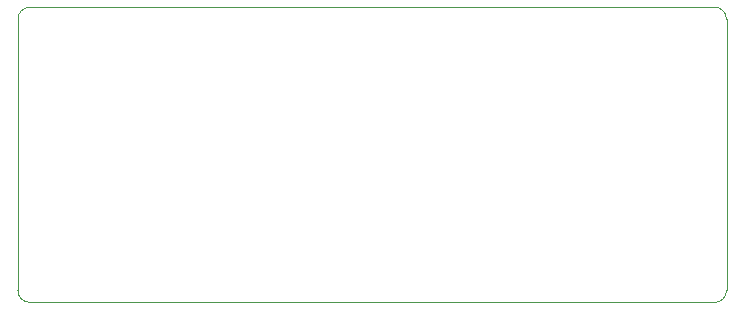
<source format=gbr>
%TF.GenerationSoftware,Altium Limited,Altium Designer,25.4.2 (15)*%
G04 Layer_Color=0*
%FSLAX45Y45*%
%MOMM*%
%TF.SameCoordinates,D428E1E4-D561-4EBD-83AA-0298DF20FA0A*%
%TF.FilePolarity,Positive*%
%TF.FileFunction,Profile,NP*%
%TF.Part,Single*%
G01*
G75*
%TA.AperFunction,Profile*%
%ADD54C,0.02540*%
D54*
X-2755900Y-1137920D02*
Y1158880D01*
D02*
G02*
X-2654300Y1260480I101600J0D01*
G01*
X3142500D01*
D02*
G02*
X3244100Y1158880I0J-101600D01*
G01*
Y-1137920D01*
D02*
G02*
X3142500Y-1239520I-101600J0D01*
G01*
X-2654300D01*
D02*
G02*
X-2755900Y-1137920I0J101600D01*
G01*
%TF.MD5,817d8edb84954f03a3c19aaf71b3dd77*%
M02*

</source>
